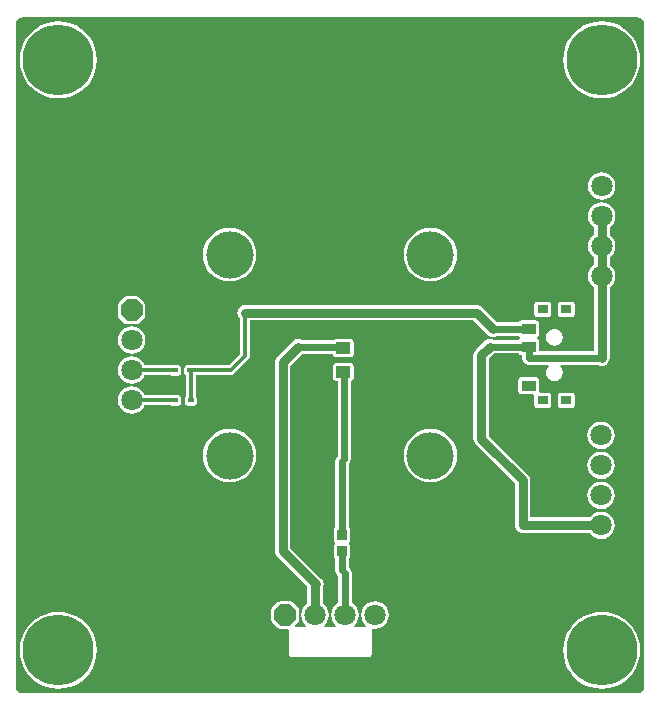
<source format=gtl>
G04 Layer_Physical_Order=1*
G04 Layer_Color=255*
%FSLAX44Y44*%
%MOMM*%
G71*
G01*
G75*
%ADD10R,0.9000X0.8000*%
%ADD11R,1.2500X0.9000*%
%ADD12R,1.2500X1.0000*%
%ADD13R,0.8500X0.8500*%
%ADD14R,0.5000X0.4000*%
%ADD15C,0.6000*%
%ADD16C,0.8000*%
%ADD17C,0.3000*%
%ADD18C,1.8000*%
%ADD19P,1.9483X8X22.5*%
%ADD20P,1.9483X8X292.5*%
%ADD21C,4.0000*%
%ADD22C,6.0000*%
G36*
X537366Y585711D02*
X539371Y584371D01*
X540711Y582366D01*
X541149Y580167D01*
X541115Y580000D01*
Y20000D01*
X541149Y19833D01*
X540711Y17634D01*
X539371Y15629D01*
X537366Y14289D01*
X536199Y14057D01*
X535000Y13885D01*
Y13885D01*
X15000D01*
X14833Y13851D01*
X12634Y14289D01*
X10629Y15629D01*
X9289Y17634D01*
X9057Y18801D01*
X8885Y20000D01*
X8885D01*
Y580000D01*
X8851Y580167D01*
X9289Y582366D01*
X10629Y584371D01*
X12634Y585711D01*
X14833Y586149D01*
X15000Y586115D01*
X535000D01*
X535167Y586149D01*
X537366Y585711D01*
D02*
G37*
%LPC*%
G36*
X449500Y281330D02*
X437000D01*
X436009Y281133D01*
X435169Y280571D01*
X434607Y279731D01*
X434410Y278740D01*
Y269740D01*
X434607Y268749D01*
X435169Y267909D01*
X436009Y267347D01*
X437000Y267150D01*
X446976D01*
X447938Y265880D01*
X447910Y265740D01*
Y257740D01*
X448107Y256749D01*
X448669Y255909D01*
X449509Y255347D01*
X450500Y255150D01*
X459500D01*
X460491Y255347D01*
X461331Y255909D01*
X461893Y256749D01*
X462090Y257740D01*
Y265740D01*
X461893Y266731D01*
X461331Y267571D01*
X460491Y268133D01*
X459500Y268330D01*
X453024D01*
X452062Y269600D01*
X452090Y269740D01*
Y278740D01*
X451893Y279731D01*
X451331Y280571D01*
X450491Y281133D01*
X449500Y281330D01*
D02*
G37*
G36*
X504500Y243790D02*
X501488Y243393D01*
X498680Y242230D01*
X496270Y240380D01*
X494420Y237970D01*
X493257Y235163D01*
X492860Y232150D01*
X493257Y229137D01*
X494420Y226330D01*
X496270Y223920D01*
X498680Y222070D01*
X501488Y220907D01*
X504500Y220511D01*
X507513Y220907D01*
X510320Y222070D01*
X512730Y223920D01*
X514580Y226330D01*
X515743Y229137D01*
X516140Y232150D01*
X515743Y235163D01*
X514580Y237970D01*
X512730Y240380D01*
X510320Y242230D01*
X507513Y243393D01*
X504500Y243790D01*
D02*
G37*
G36*
X479500Y268330D02*
X470500D01*
X469509Y268133D01*
X468669Y267571D01*
X468107Y266731D01*
X467910Y265740D01*
Y257740D01*
X468107Y256749D01*
X468669Y255909D01*
X469509Y255347D01*
X470500Y255150D01*
X479500D01*
X480491Y255347D01*
X481331Y255909D01*
X481893Y256749D01*
X482090Y257740D01*
Y265740D01*
X481893Y266731D01*
X481331Y267571D01*
X480491Y268133D01*
X479500Y268330D01*
D02*
G37*
G36*
X107000Y298940D02*
X103988Y298543D01*
X101180Y297380D01*
X98770Y295530D01*
X96920Y293120D01*
X95757Y290313D01*
X95360Y287300D01*
X95757Y284287D01*
X96920Y281480D01*
X98770Y279070D01*
X101180Y277220D01*
X103988Y276057D01*
X107000Y275660D01*
X110013Y276057D01*
X112820Y277220D01*
X115230Y279070D01*
X117080Y281480D01*
X117764Y283131D01*
X139850D01*
X140259Y282857D01*
X141250Y282660D01*
X146250D01*
X147241Y282857D01*
X148081Y283419D01*
X148643Y284259D01*
X148840Y285250D01*
Y289250D01*
X148643Y290241D01*
X148081Y291081D01*
X147241Y291643D01*
X146250Y291840D01*
X141250D01*
X140259Y291643D01*
X139850Y291369D01*
X117805D01*
X117080Y293120D01*
X115230Y295530D01*
X112820Y297380D01*
X110013Y298543D01*
X107000Y298940D01*
D02*
G37*
G36*
Y273540D02*
X103988Y273143D01*
X101180Y271980D01*
X98770Y270130D01*
X96920Y267720D01*
X95757Y264913D01*
X95360Y261900D01*
X95757Y258888D01*
X96920Y256080D01*
X98770Y253670D01*
X101180Y251820D01*
X103988Y250657D01*
X107000Y250261D01*
X110013Y250657D01*
X112820Y251820D01*
X115230Y253670D01*
X117080Y256080D01*
X117722Y257631D01*
X140100D01*
X140509Y257357D01*
X141500Y257160D01*
X146500D01*
X147491Y257357D01*
X148331Y257919D01*
X148893Y258759D01*
X149090Y259750D01*
Y263750D01*
X148893Y264741D01*
X148331Y265581D01*
X147491Y266143D01*
X146500Y266340D01*
X141500D01*
X140509Y266143D01*
X140100Y265869D01*
X117847D01*
X117080Y267720D01*
X115230Y270130D01*
X112820Y271980D01*
X110013Y273143D01*
X107000Y273540D01*
D02*
G37*
G36*
X504500Y218390D02*
X501488Y217993D01*
X498680Y216830D01*
X496270Y214980D01*
X494420Y212570D01*
X493257Y209762D01*
X492860Y206750D01*
X493257Y203738D01*
X494420Y200930D01*
X496270Y198520D01*
X498680Y196670D01*
X501488Y195507D01*
X504500Y195110D01*
X507513Y195507D01*
X510320Y196670D01*
X512730Y198520D01*
X514580Y200930D01*
X515743Y203738D01*
X516140Y206750D01*
X515743Y209762D01*
X514580Y212570D01*
X512730Y214980D01*
X510320Y216830D01*
X507513Y217993D01*
X504500Y218390D01*
D02*
G37*
G36*
X505000Y82641D02*
X499894Y82239D01*
X494913Y81043D01*
X490182Y79083D01*
X485814Y76407D01*
X481920Y73080D01*
X478593Y69186D01*
X475917Y64819D01*
X473957Y60086D01*
X472761Y55106D01*
X472359Y50000D01*
X472761Y44894D01*
X473957Y39913D01*
X475917Y35182D01*
X478593Y30814D01*
X481920Y26920D01*
X485814Y23593D01*
X490182Y20917D01*
X494913Y18957D01*
X499894Y17761D01*
X505000Y17359D01*
X510106Y17761D01*
X515087Y18957D01*
X519818Y20917D01*
X524186Y23593D01*
X528080Y26920D01*
X531407Y30814D01*
X534083Y35182D01*
X536043Y39913D01*
X537239Y44894D01*
X537641Y50000D01*
X537239Y55106D01*
X536043Y60086D01*
X534083Y64819D01*
X531407Y69186D01*
X528080Y73080D01*
X524186Y76407D01*
X519818Y79083D01*
X515087Y81043D01*
X510106Y82239D01*
X505000Y82641D01*
D02*
G37*
G36*
X45000D02*
X39894Y82239D01*
X34913Y81043D01*
X30182Y79083D01*
X25814Y76407D01*
X21920Y73080D01*
X18593Y69186D01*
X15917Y64819D01*
X13957Y60086D01*
X12761Y55106D01*
X12359Y50000D01*
X12761Y44894D01*
X13957Y39913D01*
X15917Y35182D01*
X18593Y30814D01*
X21920Y26920D01*
X25814Y23593D01*
X30182Y20917D01*
X34913Y18957D01*
X39894Y17761D01*
X45000Y17359D01*
X50106Y17761D01*
X55086Y18957D01*
X59819Y20917D01*
X64186Y23593D01*
X68080Y26920D01*
X71407Y30814D01*
X74083Y35182D01*
X76043Y39913D01*
X77239Y44894D01*
X77641Y50000D01*
X77239Y55106D01*
X76043Y60086D01*
X74083Y64819D01*
X71407Y69186D01*
X68080Y73080D01*
X64186Y76407D01*
X59819Y79083D01*
X55086Y81043D01*
X50106Y82239D01*
X45000Y82641D01*
D02*
G37*
G36*
X504500Y192990D02*
X501488Y192593D01*
X498680Y191430D01*
X496270Y189580D01*
X494420Y187170D01*
X493257Y184363D01*
X492860Y181350D01*
X493257Y178337D01*
X494420Y175530D01*
X496270Y173120D01*
X498680Y171270D01*
X501488Y170107D01*
X504500Y169711D01*
X507513Y170107D01*
X510320Y171270D01*
X512730Y173120D01*
X514580Y175530D01*
X515743Y178337D01*
X516140Y181350D01*
X515743Y184363D01*
X514580Y187170D01*
X512730Y189580D01*
X510320Y191430D01*
X507513Y192593D01*
X504500Y192990D01*
D02*
G37*
G36*
X360000Y237649D02*
X355581Y237214D01*
X351333Y235925D01*
X347417Y233832D01*
X343985Y231015D01*
X341168Y227583D01*
X339075Y223667D01*
X337786Y219419D01*
X337351Y215000D01*
X337786Y210581D01*
X339075Y206333D01*
X341168Y202417D01*
X343985Y198985D01*
X347417Y196168D01*
X351333Y194075D01*
X355581Y192786D01*
X360000Y192351D01*
X364419Y192786D01*
X368667Y194075D01*
X372583Y196168D01*
X376015Y198985D01*
X378832Y202417D01*
X380925Y206333D01*
X382214Y210581D01*
X382649Y215000D01*
X382214Y219419D01*
X380925Y223667D01*
X378832Y227583D01*
X376015Y231015D01*
X372583Y233832D01*
X368667Y235925D01*
X364419Y237214D01*
X360000Y237649D01*
D02*
G37*
G36*
X190000D02*
X185581Y237214D01*
X181333Y235925D01*
X177417Y233832D01*
X173985Y231015D01*
X171168Y227583D01*
X169075Y223667D01*
X167786Y219419D01*
X167351Y215000D01*
X167786Y210581D01*
X169075Y206333D01*
X171168Y202417D01*
X173985Y198985D01*
X177417Y196168D01*
X181333Y194075D01*
X185581Y192786D01*
X190000Y192351D01*
X194419Y192786D01*
X198667Y194075D01*
X202583Y196168D01*
X206015Y198985D01*
X208832Y202417D01*
X210925Y206333D01*
X212214Y210581D01*
X212649Y215000D01*
X212214Y219419D01*
X210925Y223667D01*
X208832Y227583D01*
X206015Y231015D01*
X202583Y233832D01*
X198667Y235925D01*
X194419Y237214D01*
X190000Y237649D01*
D02*
G37*
G36*
X248000Y313596D02*
X246293Y313372D01*
X244702Y312713D01*
X243336Y311664D01*
X230146Y298474D01*
X229097Y297108D01*
X228438Y295517D01*
X228214Y293810D01*
Y134190D01*
X228438Y132483D01*
X229097Y130892D01*
X230146Y129526D01*
X255704Y103968D01*
Y89484D01*
X254070Y88230D01*
X252220Y85820D01*
X251057Y83013D01*
X250660Y80000D01*
X251057Y76988D01*
X252220Y74180D01*
X254070Y71770D01*
X254995Y71060D01*
X254564Y69790D01*
X245512D01*
X245026Y70963D01*
X247731Y73669D01*
X248293Y74509D01*
X248490Y75500D01*
Y84500D01*
X248293Y85491D01*
X247731Y86331D01*
X243231Y90831D01*
X242391Y91393D01*
X241400Y91590D01*
X232400D01*
X231409Y91393D01*
X230569Y90831D01*
X226069Y86331D01*
X225507Y85491D01*
X225310Y84500D01*
Y75500D01*
X225507Y74509D01*
X226069Y73669D01*
X230569Y69169D01*
X231409Y68607D01*
X232400Y68410D01*
X238856D01*
X239910Y67200D01*
Y47200D01*
X240107Y46209D01*
X240669Y45369D01*
X241509Y44807D01*
X242500Y44610D01*
X307500D01*
X308491Y44807D01*
X309331Y45369D01*
X309893Y46209D01*
X310090Y47200D01*
Y67200D01*
X310033Y67483D01*
X311006Y68636D01*
X313100Y68361D01*
X316113Y68757D01*
X318920Y69920D01*
X321330Y71770D01*
X323180Y74180D01*
X324343Y76988D01*
X324740Y80000D01*
X324343Y83013D01*
X323180Y85820D01*
X321330Y88230D01*
X318920Y90080D01*
X316113Y91243D01*
X313100Y91640D01*
X310088Y91243D01*
X307280Y90080D01*
X304870Y88230D01*
X303020Y85820D01*
X301857Y83013D01*
X301460Y80000D01*
X301857Y76988D01*
X303020Y74180D01*
X304870Y71770D01*
X305795Y71060D01*
X305364Y69790D01*
X295436D01*
X295005Y71060D01*
X295930Y71770D01*
X297780Y74180D01*
X298943Y76988D01*
X299340Y80000D01*
X298943Y83013D01*
X297780Y85820D01*
X295930Y88230D01*
X293520Y90080D01*
X293349Y90151D01*
Y115300D01*
X293349Y115300D01*
X292919Y117462D01*
X291694Y119294D01*
X291694Y119294D01*
X290648Y120340D01*
Y127630D01*
X291081Y127919D01*
X291643Y128759D01*
X291840Y129750D01*
Y138250D01*
X291643Y139241D01*
X291081Y140081D01*
X290796Y140272D01*
Y141728D01*
X291081Y141919D01*
X291643Y142759D01*
X291840Y143750D01*
Y152250D01*
X291643Y153241D01*
X291081Y154081D01*
X290648Y154370D01*
Y207660D01*
X290994Y208006D01*
X290994Y208006D01*
X292219Y209838D01*
X292649Y212000D01*
X292649Y212000D01*
Y278489D01*
X293241Y278607D01*
X294081Y279169D01*
X294643Y280009D01*
X294840Y281000D01*
Y291000D01*
X294643Y291991D01*
X294081Y292831D01*
X293241Y293393D01*
X292250Y293590D01*
X279750D01*
X278759Y293393D01*
X277919Y292831D01*
X277357Y291991D01*
X277160Y291000D01*
Y281000D01*
X277357Y280009D01*
X277919Y279169D01*
X278759Y278607D01*
X279750Y278410D01*
X281352D01*
Y214340D01*
X281006Y213994D01*
X279781Y212162D01*
X279352Y210000D01*
Y154370D01*
X278919Y154081D01*
X278357Y153241D01*
X278160Y152250D01*
Y143750D01*
X278357Y142759D01*
X278919Y141919D01*
X279203Y141728D01*
Y140272D01*
X278919Y140081D01*
X278357Y139241D01*
X278160Y138250D01*
Y129750D01*
X278357Y128759D01*
X278919Y127919D01*
X279352Y127630D01*
Y118000D01*
X279351Y118000D01*
X279781Y115838D01*
X281006Y114006D01*
X282052Y112960D01*
Y90151D01*
X281880Y90080D01*
X279470Y88230D01*
X277620Y85820D01*
X276457Y83013D01*
X276061Y80000D01*
X276457Y76988D01*
X277620Y74180D01*
X279470Y71770D01*
X280395Y71060D01*
X279963Y69790D01*
X270037D01*
X269605Y71060D01*
X270530Y71770D01*
X272380Y74180D01*
X273543Y76988D01*
X273940Y80000D01*
X273543Y83013D01*
X272380Y85820D01*
X270530Y88230D01*
X268896Y89484D01*
Y103145D01*
X269372Y104293D01*
X269596Y106000D01*
X269372Y107707D01*
X268713Y109298D01*
X267664Y110664D01*
X241406Y136922D01*
Y291078D01*
X251680Y301352D01*
X277160D01*
Y301000D01*
X277357Y300009D01*
X277919Y299169D01*
X278759Y298607D01*
X279750Y298410D01*
X292250D01*
X293241Y298607D01*
X294081Y299169D01*
X294643Y300009D01*
X294840Y301000D01*
Y311000D01*
X294643Y311991D01*
X294081Y312831D01*
X293241Y313393D01*
X292250Y313590D01*
X279750D01*
X278759Y313393D01*
X277919Y312831D01*
X277797Y312649D01*
X251382D01*
X251298Y312713D01*
X249707Y313372D01*
X248000Y313596D01*
D02*
G37*
G36*
X360000Y407649D02*
X355581Y407214D01*
X351333Y405925D01*
X347417Y403832D01*
X343985Y401015D01*
X341168Y397583D01*
X339075Y393667D01*
X337786Y389419D01*
X337351Y385000D01*
X337786Y380581D01*
X339075Y376333D01*
X341168Y372417D01*
X343985Y368985D01*
X347417Y366168D01*
X351333Y364075D01*
X355581Y362786D01*
X360000Y362351D01*
X364419Y362786D01*
X368667Y364075D01*
X372583Y366168D01*
X376015Y368985D01*
X378832Y372417D01*
X380925Y376333D01*
X382214Y380581D01*
X382649Y385000D01*
X382214Y389419D01*
X380925Y393667D01*
X378832Y397583D01*
X376015Y401015D01*
X372583Y403832D01*
X368667Y405925D01*
X364419Y407214D01*
X360000Y407649D01*
D02*
G37*
G36*
X190000D02*
X185581Y407214D01*
X181333Y405925D01*
X177417Y403832D01*
X173985Y401015D01*
X171168Y397583D01*
X169075Y393667D01*
X167786Y389419D01*
X167351Y385000D01*
X167786Y380581D01*
X169075Y376333D01*
X171168Y372417D01*
X173985Y368985D01*
X177417Y366168D01*
X181333Y364075D01*
X185581Y362786D01*
X190000Y362351D01*
X194419Y362786D01*
X198667Y364075D01*
X202583Y366168D01*
X206015Y368985D01*
X208832Y372417D01*
X210925Y376333D01*
X212214Y380581D01*
X212649Y385000D01*
X212214Y389419D01*
X210925Y393667D01*
X208832Y397583D01*
X206015Y401015D01*
X202583Y403832D01*
X198667Y405925D01*
X194419Y407214D01*
X190000Y407649D01*
D02*
G37*
G36*
X505000Y454740D02*
X501987Y454343D01*
X499180Y453180D01*
X496770Y451330D01*
X494920Y448920D01*
X493757Y446113D01*
X493360Y443100D01*
X493757Y440088D01*
X494920Y437280D01*
X496770Y434870D01*
X499180Y433020D01*
X501987Y431857D01*
X505000Y431460D01*
X508013Y431857D01*
X510820Y433020D01*
X513230Y434870D01*
X515080Y437280D01*
X516243Y440088D01*
X516640Y443100D01*
X516243Y446113D01*
X515080Y448920D01*
X513230Y451330D01*
X510820Y453180D01*
X508013Y454343D01*
X505000Y454740D01*
D02*
G37*
G36*
Y582641D02*
X499894Y582239D01*
X494913Y581043D01*
X490182Y579083D01*
X485814Y576407D01*
X481920Y573080D01*
X478593Y569186D01*
X475917Y564818D01*
X473957Y560087D01*
X472761Y555106D01*
X472359Y550000D01*
X472761Y544894D01*
X473957Y539913D01*
X475917Y535182D01*
X478593Y530814D01*
X481920Y526920D01*
X485814Y523593D01*
X490182Y520917D01*
X494913Y518957D01*
X499894Y517761D01*
X505000Y517359D01*
X510106Y517761D01*
X515087Y518957D01*
X519818Y520917D01*
X524186Y523593D01*
X528080Y526920D01*
X531407Y530814D01*
X534083Y535182D01*
X536043Y539913D01*
X537239Y544894D01*
X537641Y550000D01*
X537239Y555106D01*
X536043Y560087D01*
X534083Y564818D01*
X531407Y569186D01*
X528080Y573080D01*
X524186Y576407D01*
X519818Y579083D01*
X515087Y581043D01*
X510106Y582239D01*
X505000Y582641D01*
D02*
G37*
G36*
X45000D02*
X39894Y582239D01*
X34913Y581043D01*
X30182Y579083D01*
X25814Y576407D01*
X21920Y573080D01*
X18593Y569186D01*
X15917Y564818D01*
X13957Y560087D01*
X12761Y555106D01*
X12359Y550000D01*
X12761Y544894D01*
X13957Y539913D01*
X15917Y535182D01*
X18593Y530814D01*
X21920Y526920D01*
X25814Y523593D01*
X30182Y520917D01*
X34913Y518957D01*
X39894Y517761D01*
X45000Y517359D01*
X50106Y517761D01*
X55086Y518957D01*
X59819Y520917D01*
X64186Y523593D01*
X68080Y526920D01*
X71407Y530814D01*
X74083Y535182D01*
X76043Y539913D01*
X77239Y544894D01*
X77641Y550000D01*
X77239Y555106D01*
X76043Y560087D01*
X74083Y564818D01*
X71407Y569186D01*
X68080Y573080D01*
X64186Y576407D01*
X59819Y579083D01*
X55086Y581043D01*
X50106Y582239D01*
X45000Y582641D01*
D02*
G37*
G36*
X479500Y345330D02*
X470500D01*
X469509Y345133D01*
X468669Y344571D01*
X468107Y343731D01*
X467910Y342740D01*
Y334740D01*
X468107Y333749D01*
X468669Y332909D01*
X469509Y332347D01*
X470500Y332150D01*
X479500D01*
X480491Y332347D01*
X481331Y332909D01*
X481893Y333749D01*
X482090Y334740D01*
Y342740D01*
X481893Y343731D01*
X481331Y344571D01*
X480491Y345133D01*
X479500Y345330D01*
D02*
G37*
G36*
X505000Y429340D02*
X501987Y428943D01*
X499180Y427780D01*
X496770Y425930D01*
X494920Y423520D01*
X493757Y420713D01*
X493360Y417700D01*
X493757Y414688D01*
X494920Y411880D01*
X496770Y409470D01*
X498404Y408216D01*
Y401784D01*
X496770Y400530D01*
X494920Y398120D01*
X493757Y395312D01*
X493360Y392300D01*
X493757Y389287D01*
X494920Y386480D01*
X496770Y384070D01*
X498404Y382816D01*
Y376384D01*
X496770Y375130D01*
X494920Y372720D01*
X493757Y369912D01*
X493360Y366900D01*
X493757Y363887D01*
X494920Y361080D01*
X496770Y358670D01*
X498404Y357416D01*
Y303148D01*
X452090D01*
Y311740D01*
X451893Y312731D01*
X451331Y313571D01*
X450583Y314071D01*
X450510Y314740D01*
X450583Y315409D01*
X451331Y315909D01*
X451893Y316749D01*
X452090Y317740D01*
Y326740D01*
X451893Y327731D01*
X451331Y328571D01*
X450491Y329133D01*
X449500Y329330D01*
X437000D01*
X436009Y329133D01*
X435169Y328571D01*
X434607Y327731D01*
X434591Y327649D01*
X416680D01*
X403664Y340664D01*
X402298Y341713D01*
X400707Y342372D01*
X399000Y342596D01*
X203000D01*
X201293Y342372D01*
X199702Y341713D01*
X198336Y340664D01*
X197287Y339298D01*
X196628Y337707D01*
X196404Y336000D01*
X196628Y334293D01*
X197287Y332702D01*
X198336Y331336D01*
X198881Y330917D01*
Y301206D01*
X189044Y291369D01*
X160650D01*
X160241Y291643D01*
X159250Y291840D01*
X154250D01*
X153259Y291643D01*
X152419Y291081D01*
X151857Y290241D01*
X151660Y289250D01*
Y285250D01*
X151857Y284259D01*
X152419Y283419D01*
X152881Y283110D01*
Y265723D01*
X152669Y265581D01*
X152107Y264741D01*
X151910Y263750D01*
Y259750D01*
X152107Y258759D01*
X152669Y257919D01*
X153509Y257357D01*
X154500Y257160D01*
X159500D01*
X160491Y257357D01*
X161331Y257919D01*
X161893Y258759D01*
X162090Y259750D01*
Y263750D01*
X161893Y264741D01*
X161331Y265581D01*
X161119Y265723D01*
Y283131D01*
X190750D01*
X192326Y283444D01*
X193663Y284337D01*
X205913Y296587D01*
X206806Y297924D01*
X207119Y299500D01*
Y329404D01*
X396268D01*
X408336Y317336D01*
X409702Y316287D01*
X411293Y315628D01*
X413000Y315404D01*
X414707Y315628D01*
X416298Y316287D01*
X416382Y316352D01*
X434873D01*
X435169Y315909D01*
X435916Y315409D01*
X435990Y314740D01*
X435916Y314071D01*
X435169Y313571D01*
X434713Y312889D01*
X413622D01*
X413538Y312953D01*
X411947Y313612D01*
X410240Y313836D01*
X408533Y313612D01*
X406942Y312953D01*
X405576Y311904D01*
X398336Y304664D01*
X397287Y303298D01*
X396628Y301707D01*
X396404Y300000D01*
Y229000D01*
X396628Y227293D01*
X397287Y225702D01*
X398336Y224336D01*
X431354Y191318D01*
Y155950D01*
X431578Y154243D01*
X432237Y152652D01*
X433286Y151286D01*
X434652Y150237D01*
X436243Y149578D01*
X437950Y149354D01*
X495016D01*
X496270Y147720D01*
X498680Y145870D01*
X501488Y144707D01*
X504500Y144311D01*
X507513Y144707D01*
X510320Y145870D01*
X512730Y147720D01*
X514580Y150130D01*
X515743Y152937D01*
X516140Y155950D01*
X515743Y158962D01*
X514580Y161770D01*
X512730Y164180D01*
X510320Y166030D01*
X507513Y167193D01*
X504500Y167590D01*
X501488Y167193D01*
X498680Y166030D01*
X496270Y164180D01*
X495016Y162546D01*
X444546D01*
Y194050D01*
X444322Y195757D01*
X443663Y197348D01*
X442614Y198714D01*
X409596Y231732D01*
Y297268D01*
X413920Y301591D01*
X434713D01*
X435169Y300909D01*
X436009Y300347D01*
X437000Y300150D01*
X437602D01*
Y297500D01*
X438032Y295338D01*
X439256Y293506D01*
X441088Y292281D01*
X443250Y291852D01*
X459848D01*
X460246Y290822D01*
X460261Y290581D01*
X459602Y289923D01*
X459602Y289923D01*
X458608Y288435D01*
X458221Y287501D01*
X457872Y285745D01*
Y285490D01*
X457822Y285240D01*
X457872Y284990D01*
Y284735D01*
X458221Y282979D01*
X458608Y282045D01*
X459602Y280557D01*
X459602Y280557D01*
X460317Y279842D01*
X460317Y279842D01*
X461805Y278848D01*
X462739Y278461D01*
X464495Y278112D01*
X465505D01*
X467261Y278461D01*
X468195Y278848D01*
X469683Y279842D01*
X469683Y279842D01*
X470398Y280557D01*
X470398Y280557D01*
X471392Y282045D01*
X471779Y282979D01*
X472128Y284735D01*
Y284990D01*
X472178Y285240D01*
X472128Y285490D01*
Y285745D01*
X471779Y287501D01*
X471392Y288435D01*
X470398Y289923D01*
X470398Y289923D01*
X469739Y290581D01*
X469754Y290822D01*
X470153Y291852D01*
X501618D01*
X501702Y291787D01*
X503293Y291128D01*
X505000Y290904D01*
X506707Y291128D01*
X508298Y291787D01*
X509664Y292836D01*
X510713Y294202D01*
X511372Y295793D01*
X511596Y297500D01*
Y357416D01*
X513230Y358670D01*
X515080Y361080D01*
X516243Y363887D01*
X516640Y366900D01*
X516243Y369912D01*
X515080Y372720D01*
X513230Y375130D01*
X511596Y376384D01*
Y382816D01*
X513230Y384070D01*
X515080Y386480D01*
X516243Y389287D01*
X516640Y392300D01*
X516243Y395312D01*
X515080Y398120D01*
X513230Y400530D01*
X511596Y401784D01*
Y408216D01*
X513230Y409470D01*
X515080Y411880D01*
X516243Y414688D01*
X516640Y417700D01*
X516243Y420713D01*
X515080Y423520D01*
X513230Y425930D01*
X510820Y427780D01*
X508013Y428943D01*
X505000Y429340D01*
D02*
G37*
G36*
X107000Y324340D02*
X103988Y323943D01*
X101180Y322780D01*
X98770Y320930D01*
X96920Y318520D01*
X95757Y315713D01*
X95360Y312700D01*
X95757Y309688D01*
X96920Y306880D01*
X98770Y304470D01*
X101180Y302620D01*
X103988Y301457D01*
X107000Y301061D01*
X110013Y301457D01*
X112820Y302620D01*
X115230Y304470D01*
X117080Y306880D01*
X118243Y309688D01*
X118640Y312700D01*
X118243Y315713D01*
X117080Y318520D01*
X115230Y320930D01*
X112820Y322780D01*
X110013Y323943D01*
X107000Y324340D01*
D02*
G37*
G36*
X465505Y322368D02*
X464495D01*
X462739Y322019D01*
X461805Y321632D01*
X460317Y320638D01*
X460317Y320638D01*
X459602Y319923D01*
X459602Y319923D01*
X458608Y318435D01*
X458221Y317501D01*
X457872Y315745D01*
Y315490D01*
X457822Y315240D01*
X457872Y314990D01*
Y314735D01*
X458221Y312979D01*
X458608Y312045D01*
X459602Y310557D01*
X459602Y310557D01*
X460317Y309842D01*
X460317Y309842D01*
X461805Y308848D01*
X462739Y308461D01*
X464495Y308112D01*
X465505D01*
X467261Y308461D01*
X468195Y308848D01*
X469683Y309842D01*
X469683Y309842D01*
X470398Y310557D01*
X470398Y310557D01*
X471392Y312045D01*
X471779Y312979D01*
X472128Y314735D01*
Y314990D01*
X472178Y315240D01*
X472128Y315490D01*
Y315745D01*
X471779Y317501D01*
X471392Y318435D01*
X470398Y319923D01*
X470398Y319923D01*
X469683Y320638D01*
X469683Y320638D01*
X468195Y321632D01*
X467261Y322019D01*
X465505Y322368D01*
D02*
G37*
G36*
X459500Y345330D02*
X450500D01*
X449509Y345133D01*
X448669Y344571D01*
X448107Y343731D01*
X447910Y342740D01*
Y334740D01*
X448107Y333749D01*
X448669Y332909D01*
X449509Y332347D01*
X450500Y332150D01*
X459500D01*
X460491Y332347D01*
X461331Y332909D01*
X461893Y333749D01*
X462090Y334740D01*
Y342740D01*
X461893Y343731D01*
X461331Y344571D01*
X460491Y345133D01*
X459500Y345330D01*
D02*
G37*
G36*
X111500Y349690D02*
X102500D01*
X101509Y349493D01*
X100669Y348931D01*
X96169Y344431D01*
X95607Y343591D01*
X95410Y342600D01*
Y333600D01*
X95607Y332609D01*
X96169Y331769D01*
X100669Y327269D01*
X101509Y326707D01*
X102500Y326510D01*
X111500D01*
X112491Y326707D01*
X113331Y327269D01*
X117831Y331769D01*
X118393Y332609D01*
X118590Y333600D01*
Y342600D01*
X118393Y343591D01*
X117831Y344431D01*
X113331Y348931D01*
X112491Y349493D01*
X111500Y349690D01*
D02*
G37*
%LPD*%
D10*
X455000Y261740D02*
D03*
X475000D02*
D03*
X455000Y338740D02*
D03*
X475000D02*
D03*
D11*
X443250Y322240D02*
D03*
Y307240D02*
D03*
Y274240D02*
D03*
D12*
X286000Y286000D02*
D03*
Y306000D02*
D03*
D13*
X285000Y148000D02*
D03*
Y134000D02*
D03*
D14*
X156750Y287250D02*
D03*
X143750D02*
D03*
X157000Y261750D02*
D03*
X144000D02*
D03*
D15*
X248000Y307000D02*
X286000D01*
X413000Y322000D02*
X443010D01*
X443250Y322240D01*
X410240Y307240D02*
X443250D01*
Y297500D02*
Y307240D01*
Y297500D02*
X505000D01*
X287700Y80000D02*
Y115300D01*
X285000Y118000D02*
X287700Y115300D01*
X285000Y118000D02*
Y134000D01*
Y148000D02*
Y210000D01*
X285000Y210000D02*
X287000Y212000D01*
Y286000D01*
D16*
X505000Y392300D02*
Y417700D01*
Y366900D02*
Y392300D01*
X437950Y155950D02*
X504500D01*
X437950D02*
Y194050D01*
X403000Y229000D02*
X437950Y194050D01*
X403000Y229000D02*
Y300000D01*
X410240Y307240D01*
X505000Y297500D02*
Y366900D01*
X234810Y134190D02*
X263000Y106000D01*
X262300Y80000D02*
Y105300D01*
X263000Y106000D01*
X203000Y336000D02*
X399000D01*
X413000Y322000D01*
X234810Y134190D02*
Y293810D01*
X248000Y307000D01*
D17*
X107050Y287250D02*
X143750D01*
X107000Y287300D02*
X107050Y287250D01*
X107150Y261750D02*
X144000D01*
X107000Y261900D02*
X107150Y261750D01*
X157000D02*
Y287000D01*
X156750Y287250D02*
X157000Y287000D01*
X156750Y287250D02*
X190750D01*
X203000Y299500D01*
Y336000D01*
D18*
X505000Y417700D02*
D03*
Y392300D02*
D03*
Y366900D02*
D03*
Y443100D02*
D03*
X504500Y206750D02*
D03*
Y181350D02*
D03*
Y155950D02*
D03*
Y232150D02*
D03*
X262300Y80000D02*
D03*
X287700D02*
D03*
X313100D02*
D03*
X107000Y261900D02*
D03*
Y287300D02*
D03*
Y312700D02*
D03*
D19*
X236900Y80000D02*
D03*
D20*
X107000Y338100D02*
D03*
D21*
X360000Y385000D02*
D03*
X190000D02*
D03*
Y215000D02*
D03*
X360000D02*
D03*
D22*
X505000Y550000D02*
D03*
X45000D02*
D03*
Y50000D02*
D03*
X505000D02*
D03*
M02*

</source>
